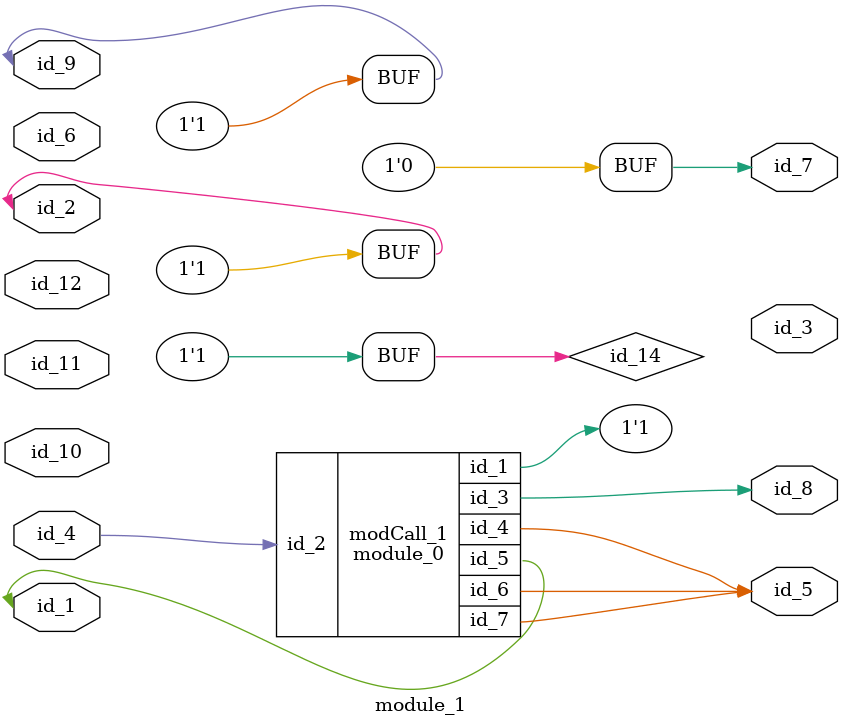
<source format=v>
module module_0 (
    id_1,
    id_2,
    id_3,
    id_4,
    id_5,
    id_6,
    id_7
);
  output wire id_7;
  output wire id_6;
  output wire id_5;
  output wire id_4;
  output wire id_3;
  input wire id_2;
  inout wire id_1;
endmodule
module module_1 (
    id_1,
    id_2,
    id_3,
    id_4,
    id_5,
    id_6,
    id_7,
    id_8,
    id_9,
    id_10,
    id_11,
    id_12
);
  input wire id_12;
  input wire id_11;
  input wire id_10;
  inout wire id_9;
  output wire id_8;
  output wire id_7;
  input wire id_6;
  output wire id_5;
  input wire id_4;
  output wire id_3;
  inout wire id_2;
  inout wire id_1;
  assign id_7 = -1'h0;
  assign id_2 = (1);
  module_0 modCall_1 (
      id_9,
      id_4,
      id_8,
      id_5,
      id_1,
      id_5,
      id_5
  );
  assign id_2 = id_9;
  wor id_13, id_14;
  assign id_9 = id_14;
  wire id_15, id_16;
  wire id_17;
  wire id_18;
endmodule

</source>
